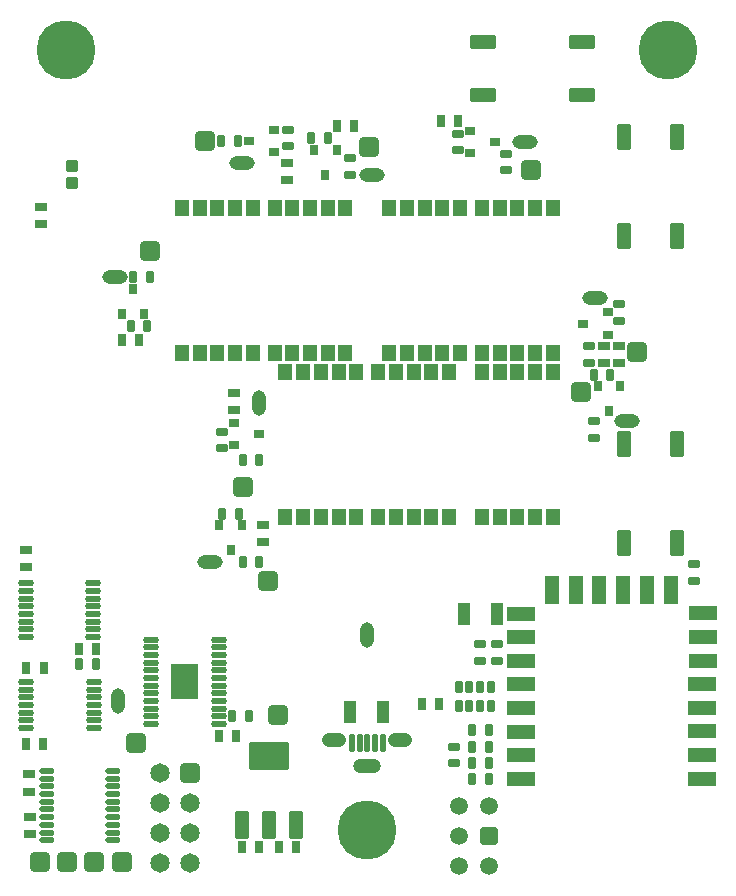
<source format=gbr>
%TF.GenerationSoftware,Altium Limited,Altium Designer,20.1.8 (145)*%
G04 Layer_Color=16711935*
%FSLAX44Y44*%
%MOMM*%
%TF.SameCoordinates,602AE14E-E67F-4A72-A58A-C630FF545DDC*%
%TF.FilePolarity,Negative*%
%TF.FileFunction,Soldermask,Bot*%
%TF.Part,Single*%
G01*
G75*
%TA.AperFunction,ComponentPad*%
%ADD51C,1.5000*%
G04:AMPARAMS|DCode=52|XSize=1.5mm|YSize=1.5mm|CornerRadius=0.15mm|HoleSize=0mm|Usage=FLASHONLY|Rotation=180.000|XOffset=0mm|YOffset=0mm|HoleType=Round|Shape=RoundedRectangle|*
%AMROUNDEDRECTD52*
21,1,1.5000,1.2000,0,0,180.0*
21,1,1.2000,1.5000,0,0,180.0*
1,1,0.3000,-0.6000,0.6000*
1,1,0.3000,0.6000,0.6000*
1,1,0.3000,0.6000,-0.6000*
1,1,0.3000,-0.6000,-0.6000*
%
%ADD52ROUNDEDRECTD52*%
%TA.AperFunction,SMDPad,CuDef*%
G04:AMPARAMS|DCode=98|XSize=1.25mm|YSize=2.45mm|CornerRadius=0.0805mm|HoleSize=0mm|Usage=FLASHONLY|Rotation=270.000|XOffset=0mm|YOffset=0mm|HoleType=Round|Shape=RoundedRectangle|*
%AMROUNDEDRECTD98*
21,1,1.2500,2.2890,0,0,270.0*
21,1,1.0890,2.4500,0,0,270.0*
1,1,0.1610,-1.1445,-0.5445*
1,1,0.1610,-1.1445,0.5445*
1,1,0.1610,1.1445,0.5445*
1,1,0.1610,1.1445,-0.5445*
%
%ADD98ROUNDEDRECTD98*%
G04:AMPARAMS|DCode=99|XSize=1.25mm|YSize=2.45mm|CornerRadius=0.0805mm|HoleSize=0mm|Usage=FLASHONLY|Rotation=180.000|XOffset=0mm|YOffset=0mm|HoleType=Round|Shape=RoundedRectangle|*
%AMROUNDEDRECTD99*
21,1,1.2500,2.2890,0,0,180.0*
21,1,1.0890,2.4500,0,0,180.0*
1,1,0.1610,-0.5445,1.1445*
1,1,0.1610,0.5445,1.1445*
1,1,0.1610,0.5445,-1.1445*
1,1,0.1610,-0.5445,-1.1445*
%
%ADD99ROUNDEDRECTD99*%
G04:AMPARAMS|DCode=100|XSize=2.25mm|YSize=1.15mm|CornerRadius=0.125mm|HoleSize=0mm|Usage=FLASHONLY|Rotation=180.000|XOffset=0mm|YOffset=0mm|HoleType=Round|Shape=RoundedRectangle|*
%AMROUNDEDRECTD100*
21,1,2.2500,0.9000,0,0,180.0*
21,1,2.0000,1.1500,0,0,180.0*
1,1,0.2500,-1.0000,0.4500*
1,1,0.2500,1.0000,0.4500*
1,1,0.2500,1.0000,-0.4500*
1,1,0.2500,-1.0000,-0.4500*
%
%ADD100ROUNDEDRECTD100*%
G04:AMPARAMS|DCode=101|XSize=1mm|YSize=0.65mm|CornerRadius=0.0775mm|HoleSize=0mm|Usage=FLASHONLY|Rotation=0.000|XOffset=0mm|YOffset=0mm|HoleType=Round|Shape=RoundedRectangle|*
%AMROUNDEDRECTD101*
21,1,1.0000,0.4950,0,0,0.0*
21,1,0.8450,0.6500,0,0,0.0*
1,1,0.1550,0.4225,-0.2475*
1,1,0.1550,-0.4225,-0.2475*
1,1,0.1550,-0.4225,0.2475*
1,1,0.1550,0.4225,0.2475*
%
%ADD101ROUNDEDRECTD101*%
G04:AMPARAMS|DCode=102|XSize=0.65mm|YSize=0.95mm|CornerRadius=0.0775mm|HoleSize=0mm|Usage=FLASHONLY|Rotation=180.000|XOffset=0mm|YOffset=0mm|HoleType=Round|Shape=RoundedRectangle|*
%AMROUNDEDRECTD102*
21,1,0.6500,0.7950,0,0,180.0*
21,1,0.4950,0.9500,0,0,180.0*
1,1,0.1550,-0.2475,0.3975*
1,1,0.1550,0.2475,0.3975*
1,1,0.1550,0.2475,-0.3975*
1,1,0.1550,-0.2475,-0.3975*
%
%ADD102ROUNDEDRECTD102*%
G04:AMPARAMS|DCode=103|XSize=1mm|YSize=0.75mm|CornerRadius=0.078mm|HoleSize=0mm|Usage=FLASHONLY|Rotation=270.000|XOffset=0mm|YOffset=0mm|HoleType=Round|Shape=RoundedRectangle|*
%AMROUNDEDRECTD103*
21,1,1.0000,0.5940,0,0,270.0*
21,1,0.8440,0.7500,0,0,270.0*
1,1,0.1560,-0.2970,-0.4220*
1,1,0.1560,-0.2970,0.4220*
1,1,0.1560,0.2970,0.4220*
1,1,0.1560,0.2970,-0.4220*
%
%ADD103ROUNDEDRECTD103*%
G04:AMPARAMS|DCode=104|XSize=1.15mm|YSize=1.4mm|CornerRadius=0.08mm|HoleSize=0mm|Usage=FLASHONLY|Rotation=180.000|XOffset=0mm|YOffset=0mm|HoleType=Round|Shape=RoundedRectangle|*
%AMROUNDEDRECTD104*
21,1,1.1500,1.2400,0,0,180.0*
21,1,0.9900,1.4000,0,0,180.0*
1,1,0.1600,-0.4950,0.6200*
1,1,0.1600,0.4950,0.6200*
1,1,0.1600,0.4950,-0.6200*
1,1,0.1600,-0.4950,-0.6200*
%
%ADD104ROUNDEDRECTD104*%
G04:AMPARAMS|DCode=105|XSize=1mm|YSize=0.75mm|CornerRadius=0.078mm|HoleSize=0mm|Usage=FLASHONLY|Rotation=180.000|XOffset=0mm|YOffset=0mm|HoleType=Round|Shape=RoundedRectangle|*
%AMROUNDEDRECTD105*
21,1,1.0000,0.5940,0,0,180.0*
21,1,0.8440,0.7500,0,0,180.0*
1,1,0.1560,-0.4220,0.2970*
1,1,0.1560,0.4220,0.2970*
1,1,0.1560,0.4220,-0.2970*
1,1,0.1560,-0.4220,-0.2970*
%
%ADD105ROUNDEDRECTD105*%
G04:AMPARAMS|DCode=106|XSize=2.25mm|YSize=1.15mm|CornerRadius=0.125mm|HoleSize=0mm|Usage=FLASHONLY|Rotation=270.000|XOffset=0mm|YOffset=0mm|HoleType=Round|Shape=RoundedRectangle|*
%AMROUNDEDRECTD106*
21,1,2.2500,0.9000,0,0,270.0*
21,1,2.0000,1.1500,0,0,270.0*
1,1,0.2500,-0.4500,-1.0000*
1,1,0.2500,-0.4500,1.0000*
1,1,0.2500,0.4500,1.0000*
1,1,0.2500,0.4500,-1.0000*
%
%ADD106ROUNDEDRECTD106*%
G04:AMPARAMS|DCode=107|XSize=1mm|YSize=0.65mm|CornerRadius=0.0775mm|HoleSize=0mm|Usage=FLASHONLY|Rotation=270.000|XOffset=0mm|YOffset=0mm|HoleType=Round|Shape=RoundedRectangle|*
%AMROUNDEDRECTD107*
21,1,1.0000,0.4950,0,0,270.0*
21,1,0.8450,0.6500,0,0,270.0*
1,1,0.1550,-0.2475,-0.4225*
1,1,0.1550,-0.2475,0.4225*
1,1,0.1550,0.2475,0.4225*
1,1,0.1550,0.2475,-0.4225*
%
%ADD107ROUNDEDRECTD107*%
G04:AMPARAMS|DCode=108|XSize=0.95mm|YSize=0.95mm|CornerRadius=0.079mm|HoleSize=0mm|Usage=FLASHONLY|Rotation=270.000|XOffset=0mm|YOffset=0mm|HoleType=Round|Shape=RoundedRectangle|*
%AMROUNDEDRECTD108*
21,1,0.9500,0.7920,0,0,270.0*
21,1,0.7920,0.9500,0,0,270.0*
1,1,0.1580,-0.3960,-0.3960*
1,1,0.1580,-0.3960,0.3960*
1,1,0.1580,0.3960,0.3960*
1,1,0.1580,0.3960,-0.3960*
%
%ADD108ROUNDEDRECTD108*%
G04:AMPARAMS|DCode=109|XSize=1.8mm|YSize=1.1mm|CornerRadius=0.0798mm|HoleSize=0mm|Usage=FLASHONLY|Rotation=270.000|XOffset=0mm|YOffset=0mm|HoleType=Round|Shape=RoundedRectangle|*
%AMROUNDEDRECTD109*
21,1,1.8000,0.9405,0,0,270.0*
21,1,1.6405,1.1000,0,0,270.0*
1,1,0.1595,-0.4703,-0.8203*
1,1,0.1595,-0.4703,0.8203*
1,1,0.1595,0.4703,0.8203*
1,1,0.1595,0.4703,-0.8203*
%
%ADD109ROUNDEDRECTD109*%
G04:AMPARAMS|DCode=110|XSize=1.65mm|YSize=1.65mm|CornerRadius=0.2625mm|HoleSize=0mm|Usage=FLASHONLY|Rotation=180.000|XOffset=0mm|YOffset=0mm|HoleType=Round|Shape=RoundedRectangle|*
%AMROUNDEDRECTD110*
21,1,1.6500,1.1250,0,0,180.0*
21,1,1.1250,1.6500,0,0,180.0*
1,1,0.5250,-0.5625,0.5625*
1,1,0.5250,0.5625,0.5625*
1,1,0.5250,0.5625,-0.5625*
1,1,0.5250,-0.5625,-0.5625*
%
%ADD110ROUNDEDRECTD110*%
%ADD111O,1.1500X2.1500*%
%ADD112O,2.1500X1.1500*%
G04:AMPARAMS|DCode=113|XSize=0.7mm|YSize=0.85mm|CornerRadius=0.0778mm|HoleSize=0mm|Usage=FLASHONLY|Rotation=0.000|XOffset=0mm|YOffset=0mm|HoleType=Round|Shape=RoundedRectangle|*
%AMROUNDEDRECTD113*
21,1,0.7000,0.6945,0,0,0.0*
21,1,0.5445,0.8500,0,0,0.0*
1,1,0.1555,0.2723,-0.3473*
1,1,0.1555,-0.2723,-0.3473*
1,1,0.1555,-0.2723,0.3473*
1,1,0.1555,0.2723,0.3473*
%
%ADD113ROUNDEDRECTD113*%
%ADD114O,1.3500X0.5500*%
%ADD115O,1.3000X0.5500*%
G04:AMPARAMS|DCode=116|XSize=1.15mm|YSize=2.3mm|CornerRadius=0.08mm|HoleSize=0mm|Usage=FLASHONLY|Rotation=0.000|XOffset=0mm|YOffset=0mm|HoleType=Round|Shape=RoundedRectangle|*
%AMROUNDEDRECTD116*
21,1,1.1500,2.1400,0,0,0.0*
21,1,0.9900,2.3000,0,0,0.0*
1,1,0.1600,0.4950,-1.0700*
1,1,0.1600,-0.4950,-1.0700*
1,1,0.1600,-0.4950,1.0700*
1,1,0.1600,0.4950,1.0700*
%
%ADD116ROUNDEDRECTD116*%
G04:AMPARAMS|DCode=117|XSize=3.4mm|YSize=2.3mm|CornerRadius=0.0858mm|HoleSize=0mm|Usage=FLASHONLY|Rotation=0.000|XOffset=0mm|YOffset=0mm|HoleType=Round|Shape=RoundedRectangle|*
%AMROUNDEDRECTD117*
21,1,3.4000,2.1285,0,0,0.0*
21,1,3.2285,2.3000,0,0,0.0*
1,1,0.1715,1.6143,-1.0642*
1,1,0.1715,-1.6143,-1.0642*
1,1,0.1715,-1.6143,1.0642*
1,1,0.1715,1.6143,1.0642*
%
%ADD117ROUNDEDRECTD117*%
G04:AMPARAMS|DCode=118|XSize=0.7mm|YSize=0.85mm|CornerRadius=0.0778mm|HoleSize=0mm|Usage=FLASHONLY|Rotation=270.000|XOffset=0mm|YOffset=0mm|HoleType=Round|Shape=RoundedRectangle|*
%AMROUNDEDRECTD118*
21,1,0.7000,0.6945,0,0,270.0*
21,1,0.5445,0.8500,0,0,270.0*
1,1,0.1555,-0.3473,-0.2723*
1,1,0.1555,-0.3473,0.2723*
1,1,0.1555,0.3473,0.2723*
1,1,0.1555,0.3473,-0.2723*
%
%ADD118ROUNDEDRECTD118*%
G04:AMPARAMS|DCode=119|XSize=0.53mm|YSize=1.58mm|CornerRadius=0.1525mm|HoleSize=0mm|Usage=FLASHONLY|Rotation=180.000|XOffset=0mm|YOffset=0mm|HoleType=Round|Shape=RoundedRectangle|*
%AMROUNDEDRECTD119*
21,1,0.5300,1.2750,0,0,180.0*
21,1,0.2250,1.5800,0,0,180.0*
1,1,0.3050,-0.1125,0.6375*
1,1,0.3050,0.1125,0.6375*
1,1,0.3050,0.1125,-0.6375*
1,1,0.3050,-0.1125,-0.6375*
%
%ADD119ROUNDEDRECTD119*%
%TA.AperFunction,ComponentPad*%
G04:AMPARAMS|DCode=120|XSize=1.65mm|YSize=1.65mm|CornerRadius=0.2625mm|HoleSize=0mm|Usage=FLASHONLY|Rotation=270.000|XOffset=0mm|YOffset=0mm|HoleType=Round|Shape=RoundedRectangle|*
%AMROUNDEDRECTD120*
21,1,1.6500,1.1250,0,0,270.0*
21,1,1.1250,1.6500,0,0,270.0*
1,1,0.5250,-0.5625,-0.5625*
1,1,0.5250,-0.5625,0.5625*
1,1,0.5250,0.5625,0.5625*
1,1,0.5250,0.5625,-0.5625*
%
%ADD120ROUNDEDRECTD120*%
%ADD121C,1.6500*%
%TA.AperFunction,ViaPad*%
%ADD122C,5.0000*%
%TA.AperFunction,ComponentPad*%
%ADD123O,2.3500X1.2500*%
%ADD124O,2.0500X1.2500*%
G36*
X-165881Y-264559D02*
Y-294559D01*
X-142881D01*
Y-264559D01*
X-165881D01*
D02*
G37*
D51*
X102900Y-435400D02*
D03*
Y-384600D02*
D03*
X77500D02*
D03*
Y-410000D02*
D03*
Y-435400D02*
D03*
D52*
X102900Y-410000D02*
D03*
D98*
X129794Y-361730D02*
D03*
Y-242096D02*
D03*
X284004Y-221776D02*
D03*
X129794Y-341918D02*
D03*
Y-321852D02*
D03*
Y-302040D02*
D03*
Y-281720D02*
D03*
Y-261908D02*
D03*
Y-222030D02*
D03*
X284004Y-241842D02*
D03*
Y-261654D02*
D03*
X283750Y-281720D02*
D03*
Y-301786D02*
D03*
Y-321598D02*
D03*
Y-341918D02*
D03*
Y-361730D02*
D03*
D99*
X156734Y-202202D02*
D03*
X176546D02*
D03*
X196358D02*
D03*
X216678D02*
D03*
X236490D02*
D03*
X256810D02*
D03*
D100*
X181994Y262458D02*
D03*
X97994D02*
D03*
X181994Y217458D02*
D03*
X97994D02*
D03*
D101*
X73152Y-334630D02*
D03*
Y-348630D02*
D03*
X95373Y-261908D02*
D03*
Y-247908D02*
D03*
X109620Y-261908D02*
D03*
Y-247908D02*
D03*
X-14224Y163837D02*
D03*
Y149837D02*
D03*
X117287Y167386D02*
D03*
Y153386D02*
D03*
X192358Y-58849D02*
D03*
Y-72849D02*
D03*
X187706Y-9682D02*
D03*
Y4318D02*
D03*
X276860Y-194000D02*
D03*
Y-180000D02*
D03*
X76854Y184415D02*
D03*
Y170415D02*
D03*
X-67462Y173673D02*
D03*
Y187673D02*
D03*
X213106Y26020D02*
D03*
Y40020D02*
D03*
X-122741Y-67889D02*
D03*
Y-81889D02*
D03*
D102*
X77373Y-300007D02*
D03*
X104373D02*
D03*
X95373D02*
D03*
X86373D02*
D03*
X77373Y-284007D02*
D03*
X104373D02*
D03*
X95373D02*
D03*
X86373D02*
D03*
D103*
X61065Y-298583D02*
D03*
X46564D02*
D03*
X62716Y195326D02*
D03*
X77216D02*
D03*
X-11461Y191262D02*
D03*
X-25961D02*
D03*
X-193137Y9652D02*
D03*
X-207637D02*
D03*
X-59971Y-419914D02*
D03*
X-74471D02*
D03*
X-111381Y-325492D02*
D03*
X-125881D02*
D03*
X-91471Y-419914D02*
D03*
X-105971D02*
D03*
X-274570Y-332578D02*
D03*
X-289070D02*
D03*
X-274062Y-267762D02*
D03*
X-288562D02*
D03*
X-244250Y-251752D02*
D03*
X-229750D02*
D03*
D104*
X-97000Y121320D02*
D03*
X-157000D02*
D03*
X-127000D02*
D03*
X-142000D02*
D03*
X-112000D02*
D03*
X-97000Y-1320D02*
D03*
X-157000D02*
D03*
X-142000D02*
D03*
X-127000D02*
D03*
X-112000D02*
D03*
X-33500D02*
D03*
X-48500D02*
D03*
X-63500D02*
D03*
X-78500D02*
D03*
X-18500D02*
D03*
X-33500Y121320D02*
D03*
X-63500D02*
D03*
X-48500D02*
D03*
X-78500D02*
D03*
X-18500D02*
D03*
X142000Y-1320D02*
D03*
X127000D02*
D03*
X112000D02*
D03*
X97000D02*
D03*
X157000D02*
D03*
X142000Y121320D02*
D03*
X112000D02*
D03*
X127000D02*
D03*
X97000D02*
D03*
X157000D02*
D03*
X63500Y-1320D02*
D03*
X48500D02*
D03*
X33500D02*
D03*
X18500D02*
D03*
X78500D02*
D03*
X63500Y121320D02*
D03*
X33500D02*
D03*
X48500D02*
D03*
X18500D02*
D03*
X78500D02*
D03*
X142000Y-140320D02*
D03*
X127000D02*
D03*
X112000D02*
D03*
X97000D02*
D03*
X157000D02*
D03*
X142000Y-17680D02*
D03*
X112000D02*
D03*
X127000D02*
D03*
X97000D02*
D03*
X157000D02*
D03*
X54250Y-140320D02*
D03*
X39250D02*
D03*
X24250D02*
D03*
X9250D02*
D03*
X69250D02*
D03*
X54250Y-17680D02*
D03*
X24250D02*
D03*
X39250D02*
D03*
X9250D02*
D03*
X69250D02*
D03*
X-9250D02*
D03*
X-69250D02*
D03*
X-39250D02*
D03*
X-54250D02*
D03*
X-24250D02*
D03*
X-9250Y-140320D02*
D03*
X-69250D02*
D03*
X-54250D02*
D03*
X-39250D02*
D03*
X-24250D02*
D03*
D105*
X-112380Y-35030D02*
D03*
Y-49530D02*
D03*
X-88392Y-160994D02*
D03*
Y-146494D02*
D03*
X213393Y4568D02*
D03*
Y-9932D02*
D03*
X200168D02*
D03*
Y4568D02*
D03*
X-68326Y145214D02*
D03*
Y159713D02*
D03*
X-275991Y107623D02*
D03*
Y122123D02*
D03*
X-289324Y-167746D02*
D03*
Y-182246D02*
D03*
X-285750Y-408731D02*
D03*
Y-394231D02*
D03*
X-286243Y-358095D02*
D03*
Y-372595D02*
D03*
D106*
X262548Y-162034D02*
D03*
Y-78034D02*
D03*
X217548Y-162034D02*
D03*
Y-78034D02*
D03*
Y181990D02*
D03*
Y97990D02*
D03*
X262548Y181990D02*
D03*
Y97990D02*
D03*
D107*
X88900Y-320281D02*
D03*
X102900D02*
D03*
X88900Y-334730D02*
D03*
X102900D02*
D03*
X-91410Y-178218D02*
D03*
X-105410D02*
D03*
X-105380Y-92202D02*
D03*
X-91380D02*
D03*
X-198137Y62992D02*
D03*
X-184137D02*
D03*
X-109474Y178173D02*
D03*
X-123474D02*
D03*
X102900Y-348230D02*
D03*
X88900D02*
D03*
X-108776Y-137216D02*
D03*
X-122776D02*
D03*
X-200322Y21896D02*
D03*
X-186322D02*
D03*
X-100377Y-308809D02*
D03*
X-114377D02*
D03*
X102900Y-361730D02*
D03*
X88900D02*
D03*
X205624Y-19464D02*
D03*
X191624D02*
D03*
X-33358Y180927D02*
D03*
X-47358D02*
D03*
X-229750Y-264303D02*
D03*
X-243750D02*
D03*
D108*
X-250002Y142500D02*
D03*
Y157500D02*
D03*
D109*
X81620Y-222030D02*
D03*
X109620D02*
D03*
X-15000Y-305000D02*
D03*
X13000D02*
D03*
D110*
X-75438Y-308102D02*
D03*
X228346Y0D02*
D03*
X-277368Y-432562D02*
D03*
X-254254D02*
D03*
X-231140D02*
D03*
X-208026D02*
D03*
X-84074Y-194564D02*
D03*
X180594Y-34290D02*
D03*
X138938Y153386D02*
D03*
X1564Y172841D02*
D03*
X-137668Y178173D02*
D03*
X-105380Y-115062D02*
D03*
X-184137Y84836D02*
D03*
X-196088Y-331724D02*
D03*
D111*
X0Y-240242D02*
D03*
X-91380Y-43154D02*
D03*
X-211328Y-296164D02*
D03*
D112*
X133604Y177201D02*
D03*
X219964Y-58849D02*
D03*
X-133350Y-178218D02*
D03*
X-213868Y62992D02*
D03*
X-105893Y159375D02*
D03*
X4064Y149837D02*
D03*
X192808Y45113D02*
D03*
D113*
X-188636Y31554D02*
D03*
X-207637D02*
D03*
X-198137Y52554D02*
D03*
X204592Y-50153D02*
D03*
X214092Y-29153D02*
D03*
X195092D02*
D03*
X-115736Y-168211D02*
D03*
X-106236Y-147211D02*
D03*
X-125236D02*
D03*
X-35461Y149837D02*
D03*
X-25961Y170837D02*
D03*
X-44961D02*
D03*
D114*
X-232324Y-196130D02*
D03*
Y-202630D02*
D03*
Y-209130D02*
D03*
Y-215630D02*
D03*
Y-222130D02*
D03*
Y-228630D02*
D03*
Y-235130D02*
D03*
Y-241630D02*
D03*
X-289324Y-196130D02*
D03*
Y-202630D02*
D03*
Y-209130D02*
D03*
Y-215630D02*
D03*
Y-222130D02*
D03*
Y-228630D02*
D03*
Y-235130D02*
D03*
Y-241630D02*
D03*
X-182881Y-315309D02*
D03*
Y-308809D02*
D03*
Y-302309D02*
D03*
Y-295809D02*
D03*
Y-289309D02*
D03*
Y-282809D02*
D03*
Y-276309D02*
D03*
Y-269809D02*
D03*
Y-263309D02*
D03*
Y-256809D02*
D03*
Y-250309D02*
D03*
Y-243809D02*
D03*
X-125881Y-315309D02*
D03*
Y-308809D02*
D03*
Y-302309D02*
D03*
Y-295809D02*
D03*
Y-289309D02*
D03*
Y-282809D02*
D03*
Y-276309D02*
D03*
Y-269809D02*
D03*
Y-263309D02*
D03*
Y-256809D02*
D03*
Y-250309D02*
D03*
Y-243809D02*
D03*
X-288562Y-318769D02*
D03*
Y-312269D02*
D03*
Y-305769D02*
D03*
Y-299269D02*
D03*
Y-292769D02*
D03*
Y-286269D02*
D03*
Y-279769D02*
D03*
X-231562Y-318769D02*
D03*
Y-312269D02*
D03*
Y-305769D02*
D03*
Y-299269D02*
D03*
Y-292769D02*
D03*
Y-286269D02*
D03*
Y-279769D02*
D03*
D115*
X-215274Y-355231D02*
D03*
Y-361731D02*
D03*
Y-368231D02*
D03*
Y-374731D02*
D03*
Y-381231D02*
D03*
Y-387731D02*
D03*
Y-394231D02*
D03*
Y-400731D02*
D03*
Y-407231D02*
D03*
Y-413731D02*
D03*
X-271274Y-355231D02*
D03*
Y-361731D02*
D03*
Y-368231D02*
D03*
Y-374731D02*
D03*
Y-381231D02*
D03*
Y-387731D02*
D03*
Y-394231D02*
D03*
Y-400731D02*
D03*
Y-407231D02*
D03*
Y-413731D02*
D03*
D116*
X-59971Y-400937D02*
D03*
X-82971D02*
D03*
X-105971D02*
D03*
D117*
X-82971Y-342437D02*
D03*
D118*
X107972Y177201D02*
D03*
X86972Y186701D02*
D03*
Y167701D02*
D03*
X-99760Y178173D02*
D03*
X-78760Y168673D02*
D03*
Y187673D02*
D03*
X182609Y23682D02*
D03*
X203609Y14182D02*
D03*
Y33182D02*
D03*
X-91380Y-69630D02*
D03*
X-112380Y-60130D02*
D03*
Y-79130D02*
D03*
D119*
X0Y-331750D02*
D03*
X-13000D02*
D03*
X-6500D02*
D03*
X13000D02*
D03*
X6500D02*
D03*
D120*
X-150023Y-356980D02*
D03*
D121*
Y-382380D02*
D03*
Y-407780D02*
D03*
Y-433180D02*
D03*
X-175424Y-356980D02*
D03*
Y-382380D02*
D03*
Y-407780D02*
D03*
Y-433180D02*
D03*
D122*
X0Y-405000D02*
D03*
X255000Y255000D02*
D03*
X-255000D02*
D03*
D123*
X0Y-350750D02*
D03*
D124*
X28000Y-329250D02*
D03*
X-28000D02*
D03*
%TF.MD5,c53559b8266462802008339761bedc35*%
M02*

</source>
